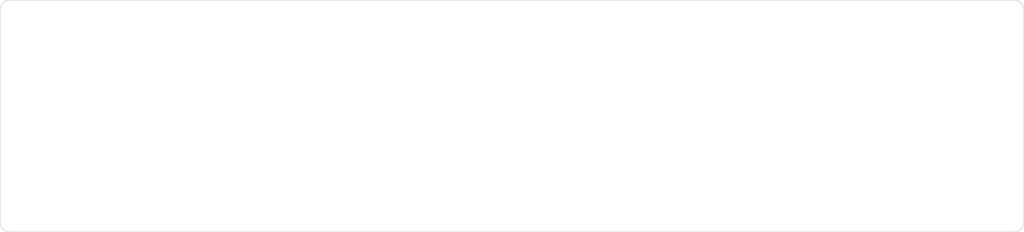
<source format=kicad_pcb>
(kicad_pcb (version 20171130) (host pcbnew "(5.1.0)-1")

  (general
    (thickness 1.6)
    (drawings 84)
    (tracks 0)
    (zones 0)
    (modules 10)
    (nets 1)
  )

  (page A4)
  (layers
    (0 F.Cu signal)
    (31 B.Cu signal)
    (32 B.Adhes user)
    (33 F.Adhes user)
    (34 B.Paste user)
    (35 F.Paste user)
    (36 B.SilkS user)
    (37 F.SilkS user)
    (38 B.Mask user)
    (39 F.Mask user)
    (40 Dwgs.User user)
    (41 Cmts.User user)
    (42 Eco1.User user)
    (43 Eco2.User user)
    (44 Edge.Cuts user)
    (45 Margin user)
    (46 B.CrtYd user)
    (47 F.CrtYd user)
    (48 B.Fab user)
    (49 F.Fab user)
  )

  (setup
    (last_trace_width 0.25)
    (trace_clearance 0.2)
    (zone_clearance 0.508)
    (zone_45_only no)
    (trace_min 0.2)
    (via_size 0.8)
    (via_drill 0.4)
    (via_min_size 0.4)
    (via_min_drill 0.3)
    (uvia_size 0.3)
    (uvia_drill 0.1)
    (uvias_allowed no)
    (uvia_min_size 0.2)
    (uvia_min_drill 0.1)
    (edge_width 0.1)
    (segment_width 0.2)
    (pcb_text_width 0.3)
    (pcb_text_size 1.5 1.5)
    (mod_edge_width 0.15)
    (mod_text_size 1 1)
    (mod_text_width 0.15)
    (pad_size 5 5)
    (pad_drill 4.8)
    (pad_to_mask_clearance 0)
    (aux_axis_origin 0 0)
    (grid_origin 32.293 60.02)
    (visible_elements 7FFFFFFF)
    (pcbplotparams
      (layerselection 0x010fc_ffffffff)
      (usegerberextensions false)
      (usegerberattributes false)
      (usegerberadvancedattributes false)
      (creategerberjobfile false)
      (excludeedgelayer true)
      (linewidth 0.100000)
      (plotframeref false)
      (viasonmask false)
      (mode 1)
      (useauxorigin false)
      (hpglpennumber 1)
      (hpglpenspeed 20)
      (hpglpendiameter 15.000000)
      (psnegative false)
      (psa4output false)
      (plotreference true)
      (plotvalue true)
      (plotinvisibletext false)
      (padsonsilk false)
      (subtractmaskfromsilk false)
      (outputformat 1)
      (mirror false)
      (drillshape 1)
      (scaleselection 1)
      (outputdirectory ""))
  )

  (net 0 "")

  (net_class Default "これはデフォルトのネット クラスです。"
    (clearance 0.2)
    (trace_width 0.25)
    (via_dia 0.8)
    (via_drill 0.4)
    (uvia_dia 0.3)
    (uvia_drill 0.1)
  )

  (net_class V_GND ""
    (clearance 0.2)
    (trace_width 0.5)
    (via_dia 0.8)
    (via_drill 0.4)
    (uvia_dia 0.3)
    (uvia_drill 0.1)
  )

  (module Rev1:hole_2.2mm (layer F.Cu) (tedit 5CCA168A) (tstamp 5FFC702E)
    (at 355.24 114.64)
    (fp_text reference " " (at 0 -2) (layer F.SilkS)
      (effects (font (size 1 1) (thickness 0.15)))
    )
    (fp_text value " " (at 0 -4.12) (layer F.Fab)
      (effects (font (size 1 1) (thickness 0.15)))
    )
    (pad "" np_thru_hole circle (at 0 0) (size 2.2 2.2) (drill 2.2) (layers *.Cu *.Mask)
      (clearance 0.1524))
  )

  (module Rev1:hole_2.2mm (layer F.Cu) (tedit 5CCA168A) (tstamp 5FFC7019)
    (at 355.24 76.53)
    (fp_text reference " " (at 0 -2) (layer F.SilkS)
      (effects (font (size 1 1) (thickness 0.15)))
    )
    (fp_text value " " (at 0 -4.12) (layer F.Fab)
      (effects (font (size 1 1) (thickness 0.15)))
    )
    (pad "" np_thru_hole circle (at 0 0) (size 2.2 2.2) (drill 2.2) (layers *.Cu *.Mask)
      (clearance 0.1524))
  )

  (module Rev1:hole_2.2mm (layer F.Cu) (tedit 5CCA168A) (tstamp 5FFC7004)
    (at 285.4 114.625)
    (fp_text reference " " (at 0 -2) (layer F.SilkS)
      (effects (font (size 1 1) (thickness 0.15)))
    )
    (fp_text value " " (at 0 -4.12) (layer F.Fab)
      (effects (font (size 1 1) (thickness 0.15)))
    )
    (pad "" np_thru_hole circle (at 0 0) (size 2.2 2.2) (drill 2.2) (layers *.Cu *.Mask)
      (clearance 0.1524))
  )

  (module Rev1:hole_2.2mm (layer F.Cu) (tedit 5CCA168A) (tstamp 5FFC6FEF)
    (at 285.4 76.58)
    (fp_text reference " " (at 0 -2) (layer F.SilkS)
      (effects (font (size 1 1) (thickness 0.15)))
    )
    (fp_text value " " (at 0 -4.12) (layer F.Fab)
      (effects (font (size 1 1) (thickness 0.15)))
    )
    (pad "" np_thru_hole circle (at 0 0) (size 2.2 2.2) (drill 2.2) (layers *.Cu *.Mask)
      (clearance 0.1524))
  )

  (module Rev1:hole_2.2mm (layer F.Cu) (tedit 5CCA168A) (tstamp 5FFC6FDA)
    (at 204.58 76.5)
    (fp_text reference " " (at 0 -2) (layer F.SilkS)
      (effects (font (size 1 1) (thickness 0.15)))
    )
    (fp_text value " " (at 0 -4.12) (layer F.Fab)
      (effects (font (size 1 1) (thickness 0.15)))
    )
    (pad "" np_thru_hole circle (at 0 0) (size 2.2 2.2) (drill 2.2) (layers *.Cu *.Mask)
      (clearance 0.1524))
  )

  (module Rev1:hole_2.2mm (layer F.Cu) (tedit 5CCA168A) (tstamp 5FFC6FC5)
    (at 204.58 114.67)
    (fp_text reference " " (at 0 -2) (layer F.SilkS)
      (effects (font (size 1 1) (thickness 0.15)))
    )
    (fp_text value " " (at 0 -4.12) (layer F.Fab)
      (effects (font (size 1 1) (thickness 0.15)))
    )
    (pad "" np_thru_hole circle (at 0 0) (size 2.2 2.2) (drill 2.2) (layers *.Cu *.Mask)
      (clearance 0.1524))
  )

  (module Rev1:hole_2.2mm (layer F.Cu) (tedit 5CCA168A) (tstamp 5FFC6FB0)
    (at 135.15 114.61)
    (fp_text reference " " (at 0 -2) (layer F.SilkS)
      (effects (font (size 1 1) (thickness 0.15)))
    )
    (fp_text value " " (at 0 -4.12) (layer F.Fab)
      (effects (font (size 1 1) (thickness 0.15)))
    )
    (pad "" np_thru_hole circle (at 0 0) (size 2.2 2.2) (drill 2.2) (layers *.Cu *.Mask)
      (clearance 0.1524))
  )

  (module Rev1:hole_2.2mm (layer F.Cu) (tedit 5CCA168A) (tstamp 5FFC6F9B)
    (at 135.15 76.56)
    (fp_text reference " " (at 0 -2) (layer F.SilkS)
      (effects (font (size 1 1) (thickness 0.15)))
    )
    (fp_text value " " (at 0 -4.12) (layer F.Fab)
      (effects (font (size 1 1) (thickness 0.15)))
    )
    (pad "" np_thru_hole circle (at 0 0) (size 2.2 2.2) (drill 2.2) (layers *.Cu *.Mask)
      (clearance 0.1524))
  )

  (module Rev1:hole_2.2mm (layer F.Cu) (tedit 5CCA168A) (tstamp 5FFC6F4C)
    (at 45.02 120.04)
    (fp_text reference " " (at 0 -2) (layer F.SilkS)
      (effects (font (size 1 1) (thickness 0.15)))
    )
    (fp_text value " " (at 0 -4.12) (layer F.Fab)
      (effects (font (size 1 1) (thickness 0.15)))
    )
    (pad "" np_thru_hole circle (at 0 0) (size 2.2 2.2) (drill 2.2) (layers *.Cu *.Mask)
      (clearance 0.1524))
  )

  (module Rev1:hole_2.2mm (layer F.Cu) (tedit 5CCA168A) (tstamp 5FFC6EC0)
    (at 45.02 76.525)
    (fp_text reference " " (at 0 -2) (layer F.SilkS)
      (effects (font (size 1 1) (thickness 0.15)))
    )
    (fp_text value " " (at 0 -4.12) (layer F.Fab)
      (effects (font (size 1 1) (thickness 0.15)))
    )
    (pad "" np_thru_hole circle (at 0 0) (size 2.2 2.2) (drill 2.2) (layers *.Cu *.Mask)
      (clearance 0.1524))
  )

  (gr_line (start 26.99507 56.4758) (end 365.896 56.4758) (layer Edge.Cuts) (width 0.2))
  (gr_line (start 26.75943 56.4853) (end 26.99507 56.4758) (layer Edge.Cuts) (width 0.2))
  (gr_line (start 26.52516 56.5114) (end 26.75943 56.4853) (layer Edge.Cuts) (width 0.2))
  (gr_line (start 26.29503 56.5584) (end 26.52516 56.5114) (layer Edge.Cuts) (width 0.2))
  (gr_line (start 26.06765 56.6219) (end 26.29503 56.5584) (layer Edge.Cuts) (width 0.2))
  (gr_line (start 25.84717 56.7044) (end 26.06765 56.6219) (layer Edge.Cuts) (width 0.2))
  (gr_line (start 25.63357 56.8021) (end 25.84717 56.7044) (layer Edge.Cuts) (width 0.2))
  (gr_line (start 25.42687 56.9178) (end 25.63357 56.8021) (layer Edge.Cuts) (width 0.2))
  (gr_line (start 25.23119 57.0477) (end 25.42687 56.9178) (layer Edge.Cuts) (width 0.2))
  (gr_line (start 25.04653 57.1937) (end 25.23119 57.0477) (layer Edge.Cuts) (width 0.2))
  (gr_line (start 24.872894 57.3535) (end 25.04653 57.1937) (layer Edge.Cuts) (width 0.2))
  (gr_line (start 24.713043 57.5271) (end 24.872894 57.3535) (layer Edge.Cuts) (width 0.2))
  (gr_line (start 24.566972 57.7116) (end 24.713043 57.5271) (layer Edge.Cuts) (width 0.2))
  (gr_line (start 24.437436 57.9074) (end 24.566972 57.7116) (layer Edge.Cuts) (width 0.2))
  (gr_line (start 24.321679 58.1141) (end 24.437436 57.9074) (layer Edge.Cuts) (width 0.2))
  (gr_line (start 24.223839 58.3279) (end 24.321679 58.1141) (layer Edge.Cuts) (width 0.2))
  (gr_line (start 24.141157 58.5484) (end 24.223839 58.3279) (layer Edge.Cuts) (width 0.2))
  (gr_line (start 24.077767 58.7756) (end 24.141157 58.5484) (layer Edge.Cuts) (width 0.2))
  (gr_line (start 24.030914 59.0056) (end 24.077767 58.7756) (layer Edge.Cuts) (width 0.2))
  (gr_line (start 24.004731 59.2398) (end 24.030914 59.0056) (layer Edge.Cuts) (width 0.2))
  (gr_line (start 23.995084 59.4755) (end 24.004731 59.2398) (layer Edge.Cuts) (width 0.2))
  (gr_line (start 23.995084 131.67656) (end 23.995084 59.4755) (layer Edge.Cuts) (width 0.2))
  (gr_line (start 24.004731 131.91221) (end 23.995084 131.67656) (layer Edge.Cuts) (width 0.2))
  (gr_line (start 24.030914 132.14647) (end 24.004731 131.91221) (layer Edge.Cuts) (width 0.2))
  (gr_line (start 24.077767 132.3766) (end 24.030914 132.14647) (layer Edge.Cuts) (width 0.2))
  (gr_line (start 24.141157 132.60398) (end 24.077767 132.3766) (layer Edge.Cuts) (width 0.2))
  (gr_line (start 24.223839 132.82447) (end 24.141157 132.60398) (layer Edge.Cuts) (width 0.2))
  (gr_line (start 24.321679 133.03806) (end 24.223839 132.82447) (layer Edge.Cuts) (width 0.2))
  (gr_line (start 24.437436 133.24339) (end 24.321679 133.03806) (layer Edge.Cuts) (width 0.2))
  (gr_line (start 24.566972 133.44045) (end 24.437436 133.24339) (layer Edge.Cuts) (width 0.2))
  (gr_line (start 24.713043 133.62511) (end 24.566972 133.44045) (layer Edge.Cuts) (width 0.2))
  (gr_line (start 24.872894 133.79736) (end 24.713043 133.62511) (layer Edge.Cuts) (width 0.2))
  (gr_line (start 25.04653 133.95859) (end 24.872894 133.79736) (layer Edge.Cuts) (width 0.2))
  (gr_line (start 25.23119 134.104665) (end 25.04653 133.95859) (layer Edge.Cuts) (width 0.2))
  (gr_line (start 25.42687 134.234201) (end 25.23119 134.104665) (layer Edge.Cuts) (width 0.2))
  (gr_line (start 25.63357 134.349955) (end 25.42687 134.234201) (layer Edge.Cuts) (width 0.2))
  (gr_line (start 25.84717 134.447798) (end 25.63357 134.349955) (layer Edge.Cuts) (width 0.2))
  (gr_line (start 26.06765 134.530478) (end 25.84717 134.447798) (layer Edge.Cuts) (width 0.2))
  (gr_line (start 26.29503 134.593869) (end 26.06765 134.530478) (layer Edge.Cuts) (width 0.2))
  (gr_line (start 26.52516 134.640721) (end 26.29503 134.593869) (layer Edge.Cuts) (width 0.2))
  (gr_line (start 26.75943 134.666904) (end 26.52516 134.640721) (layer Edge.Cuts) (width 0.2))
  (gr_line (start 26.99507 134.676553) (end 26.75943 134.666904) (layer Edge.Cuts) (width 0.2))
  (gr_line (start 365.896 134.676553) (end 26.99507 134.676553) (layer Edge.Cuts) (width 0.2))
  (gr_line (start 366.131 134.666904) (end 365.896 134.676553) (layer Edge.Cuts) (width 0.2))
  (gr_line (start 366.366 134.640721) (end 366.131 134.666904) (layer Edge.Cuts) (width 0.2))
  (gr_line (start 366.596 134.593869) (end 366.366 134.640721) (layer Edge.Cuts) (width 0.2))
  (gr_line (start 366.823 134.530478) (end 366.596 134.593869) (layer Edge.Cuts) (width 0.2))
  (gr_line (start 367.044 134.447798) (end 366.823 134.530478) (layer Edge.Cuts) (width 0.2))
  (gr_line (start 367.258 134.349955) (end 367.044 134.447798) (layer Edge.Cuts) (width 0.2))
  (gr_line (start 367.463 134.234201) (end 367.258 134.349955) (layer Edge.Cuts) (width 0.2))
  (gr_line (start 367.66 134.104665) (end 367.463 134.234201) (layer Edge.Cuts) (width 0.2))
  (gr_line (start 367.845 133.95859) (end 367.66 134.104665) (layer Edge.Cuts) (width 0.2))
  (gr_line (start 368.018 133.79736) (end 367.845 133.95859) (layer Edge.Cuts) (width 0.2))
  (gr_line (start 368.178 133.62511) (end 368.018 133.79736) (layer Edge.Cuts) (width 0.2))
  (gr_line (start 368.324 133.44045) (end 368.178 133.62511) (layer Edge.Cuts) (width 0.2))
  (gr_line (start 368.454 133.24339) (end 368.324 133.44045) (layer Edge.Cuts) (width 0.2))
  (gr_line (start 368.57 133.03806) (end 368.454 133.24339) (layer Edge.Cuts) (width 0.2))
  (gr_line (start 368.667 132.82447) (end 368.57 133.03806) (layer Edge.Cuts) (width 0.2))
  (gr_line (start 368.75 132.60398) (end 368.667 132.82447) (layer Edge.Cuts) (width 0.2))
  (gr_line (start 368.813 132.3766) (end 368.75 132.60398) (layer Edge.Cuts) (width 0.2))
  (gr_line (start 368.86 132.14647) (end 368.813 132.3766) (layer Edge.Cuts) (width 0.2))
  (gr_line (start 368.886 131.91221) (end 368.86 132.14647) (layer Edge.Cuts) (width 0.2))
  (gr_line (start 368.896 131.67656) (end 368.886 131.91221) (layer Edge.Cuts) (width 0.2))
  (gr_line (start 368.896 59.4755) (end 368.896 131.67656) (layer Edge.Cuts) (width 0.2))
  (gr_line (start 368.886 59.2398) (end 368.896 59.4755) (layer Edge.Cuts) (width 0.2))
  (gr_line (start 368.86 59.0056) (end 368.886 59.2398) (layer Edge.Cuts) (width 0.2))
  (gr_line (start 368.813 58.7756) (end 368.86 59.0056) (layer Edge.Cuts) (width 0.2))
  (gr_line (start 368.75 58.5484) (end 368.813 58.7756) (layer Edge.Cuts) (width 0.2))
  (gr_line (start 368.667 58.3279) (end 368.75 58.5484) (layer Edge.Cuts) (width 0.2))
  (gr_line (start 368.57 58.1141) (end 368.667 58.3279) (layer Edge.Cuts) (width 0.2))
  (gr_line (start 368.454 57.9074) (end 368.57 58.1141) (layer Edge.Cuts) (width 0.2))
  (gr_line (start 368.324 57.7116) (end 368.454 57.9074) (layer Edge.Cuts) (width 0.2))
  (gr_line (start 368.178 57.5271) (end 368.324 57.7116) (layer Edge.Cuts) (width 0.2))
  (gr_line (start 368.018 57.3535) (end 368.178 57.5271) (layer Edge.Cuts) (width 0.2))
  (gr_line (start 367.845 57.1937) (end 368.018 57.3535) (layer Edge.Cuts) (width 0.2))
  (gr_line (start 367.66 57.0477) (end 367.845 57.1937) (layer Edge.Cuts) (width 0.2))
  (gr_line (start 367.463 56.9178) (end 367.66 57.0477) (layer Edge.Cuts) (width 0.2))
  (gr_line (start 367.258 56.8021) (end 367.463 56.9178) (layer Edge.Cuts) (width 0.2))
  (gr_line (start 367.044 56.7044) (end 367.258 56.8021) (layer Edge.Cuts) (width 0.2))
  (gr_line (start 366.823 56.6219) (end 367.044 56.7044) (layer Edge.Cuts) (width 0.2))
  (gr_line (start 366.596 56.5584) (end 366.823 56.6219) (layer Edge.Cuts) (width 0.2))
  (gr_line (start 366.366 56.5114) (end 366.596 56.5584) (layer Edge.Cuts) (width 0.2))
  (gr_line (start 366.131 56.4853) (end 366.366 56.5114) (layer Edge.Cuts) (width 0.2))
  (gr_line (start 365.896 56.4758) (end 366.131 56.4853) (layer Edge.Cuts) (width 0.2))

)

</source>
